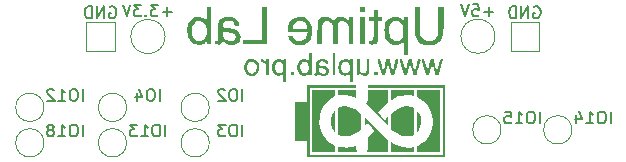
<source format=gbo>
G04 #@! TF.GenerationSoftware,KiCad,Pcbnew,(5.99.0-12267-gfe608bfcef)*
G04 #@! TF.CreationDate,2021-11-07T23:22:06+01:00*
G04 #@! TF.ProjectId,MinCab,4d696e43-6162-42e6-9b69-6361645f7063,rev?*
G04 #@! TF.SameCoordinates,Original*
G04 #@! TF.FileFunction,Legend,Bot*
G04 #@! TF.FilePolarity,Positive*
%FSLAX46Y46*%
G04 Gerber Fmt 4.6, Leading zero omitted, Abs format (unit mm)*
G04 Created by KiCad (PCBNEW (5.99.0-12267-gfe608bfcef)) date 2021-11-07 23:22:06*
%MOMM*%
%LPD*%
G01*
G04 APERTURE LIST*
%ADD10C,0.150000*%
%ADD11C,0.120000*%
%ADD12C,6.000000*%
%ADD13C,0.650000*%
%ADD14O,1.050000X2.100000*%
%ADD15O,1.000000X2.000000*%
%ADD16R,2.000000X2.000000*%
%ADD17C,2.000000*%
%ADD18C,2.500000*%
G04 APERTURE END LIST*
D10*
X127761904Y-80502000D02*
X127857142Y-80454380D01*
X128000000Y-80454380D01*
X128142857Y-80502000D01*
X128238095Y-80597238D01*
X128285714Y-80692476D01*
X128333333Y-80882952D01*
X128333333Y-81025809D01*
X128285714Y-81216285D01*
X128238095Y-81311523D01*
X128142857Y-81406761D01*
X128000000Y-81454380D01*
X127904761Y-81454380D01*
X127761904Y-81406761D01*
X127714285Y-81359142D01*
X127714285Y-81025809D01*
X127904761Y-81025809D01*
X127285714Y-81454380D02*
X127285714Y-80454380D01*
X126714285Y-81454380D01*
X126714285Y-80454380D01*
X126238095Y-81454380D02*
X126238095Y-80454380D01*
X126000000Y-80454380D01*
X125857142Y-80502000D01*
X125761904Y-80597238D01*
X125714285Y-80692476D01*
X125666666Y-80882952D01*
X125666666Y-81025809D01*
X125714285Y-81216285D01*
X125761904Y-81311523D01*
X125857142Y-81406761D01*
X126000000Y-81454380D01*
X126238095Y-81454380D01*
X139000000Y-91452380D02*
X139000000Y-90452380D01*
X138333333Y-90452380D02*
X138142857Y-90452380D01*
X138047619Y-90500000D01*
X137952380Y-90595238D01*
X137904761Y-90785714D01*
X137904761Y-91119047D01*
X137952380Y-91309523D01*
X138047619Y-91404761D01*
X138142857Y-91452380D01*
X138333333Y-91452380D01*
X138428571Y-91404761D01*
X138523809Y-91309523D01*
X138571428Y-91119047D01*
X138571428Y-90785714D01*
X138523809Y-90595238D01*
X138428571Y-90500000D01*
X138333333Y-90452380D01*
X137571428Y-90452380D02*
X136952380Y-90452380D01*
X137285714Y-90833333D01*
X137142857Y-90833333D01*
X137047619Y-90880952D01*
X137000000Y-90928571D01*
X136952380Y-91023809D01*
X136952380Y-91261904D01*
X137000000Y-91357142D01*
X137047619Y-91404761D01*
X137142857Y-91452380D01*
X137428571Y-91452380D01*
X137523809Y-91404761D01*
X137571428Y-91357142D01*
X139000000Y-88452380D02*
X139000000Y-87452380D01*
X138333333Y-87452380D02*
X138142857Y-87452380D01*
X138047619Y-87500000D01*
X137952380Y-87595238D01*
X137904761Y-87785714D01*
X137904761Y-88119047D01*
X137952380Y-88309523D01*
X138047619Y-88404761D01*
X138142857Y-88452380D01*
X138333333Y-88452380D01*
X138428571Y-88404761D01*
X138523809Y-88309523D01*
X138571428Y-88119047D01*
X138571428Y-87785714D01*
X138523809Y-87595238D01*
X138428571Y-87500000D01*
X138333333Y-87452380D01*
X137523809Y-87547619D02*
X137476190Y-87500000D01*
X137380952Y-87452380D01*
X137142857Y-87452380D01*
X137047619Y-87500000D01*
X137000000Y-87547619D01*
X136952380Y-87642857D01*
X136952380Y-87738095D01*
X137000000Y-87880952D01*
X137571428Y-88452380D01*
X136952380Y-88452380D01*
X125476190Y-88452380D02*
X125476190Y-87452380D01*
X124809523Y-87452380D02*
X124619047Y-87452380D01*
X124523809Y-87500000D01*
X124428571Y-87595238D01*
X124380952Y-87785714D01*
X124380952Y-88119047D01*
X124428571Y-88309523D01*
X124523809Y-88404761D01*
X124619047Y-88452380D01*
X124809523Y-88452380D01*
X124904761Y-88404761D01*
X125000000Y-88309523D01*
X125047619Y-88119047D01*
X125047619Y-87785714D01*
X125000000Y-87595238D01*
X124904761Y-87500000D01*
X124809523Y-87452380D01*
X123428571Y-88452380D02*
X124000000Y-88452380D01*
X123714285Y-88452380D02*
X123714285Y-87452380D01*
X123809523Y-87595238D01*
X123904761Y-87690476D01*
X124000000Y-87738095D01*
X123047619Y-87547619D02*
X123000000Y-87500000D01*
X122904761Y-87452380D01*
X122666666Y-87452380D01*
X122571428Y-87500000D01*
X122523809Y-87547619D01*
X122476190Y-87642857D01*
X122476190Y-87738095D01*
X122523809Y-87880952D01*
X123095238Y-88452380D01*
X122476190Y-88452380D01*
X170176190Y-90352380D02*
X170176190Y-89352380D01*
X169509523Y-89352380D02*
X169319047Y-89352380D01*
X169223809Y-89400000D01*
X169128571Y-89495238D01*
X169080952Y-89685714D01*
X169080952Y-90019047D01*
X169128571Y-90209523D01*
X169223809Y-90304761D01*
X169319047Y-90352380D01*
X169509523Y-90352380D01*
X169604761Y-90304761D01*
X169700000Y-90209523D01*
X169747619Y-90019047D01*
X169747619Y-89685714D01*
X169700000Y-89495238D01*
X169604761Y-89400000D01*
X169509523Y-89352380D01*
X168128571Y-90352380D02*
X168700000Y-90352380D01*
X168414285Y-90352380D02*
X168414285Y-89352380D01*
X168509523Y-89495238D01*
X168604761Y-89590476D01*
X168700000Y-89638095D01*
X167271428Y-89685714D02*
X167271428Y-90352380D01*
X167509523Y-89304761D02*
X167747619Y-90019047D01*
X167128571Y-90019047D01*
X133000000Y-80923428D02*
X132238095Y-80923428D01*
X132619047Y-81304380D02*
X132619047Y-80542476D01*
X131857142Y-80304380D02*
X131238095Y-80304380D01*
X131571428Y-80685333D01*
X131428571Y-80685333D01*
X131333333Y-80732952D01*
X131285714Y-80780571D01*
X131238095Y-80875809D01*
X131238095Y-81113904D01*
X131285714Y-81209142D01*
X131333333Y-81256761D01*
X131428571Y-81304380D01*
X131714285Y-81304380D01*
X131809523Y-81256761D01*
X131857142Y-81209142D01*
X130809523Y-81209142D02*
X130761904Y-81256761D01*
X130809523Y-81304380D01*
X130857142Y-81256761D01*
X130809523Y-81209142D01*
X130809523Y-81304380D01*
X130428571Y-80304380D02*
X129809523Y-80304380D01*
X130142857Y-80685333D01*
X130000000Y-80685333D01*
X129904761Y-80732952D01*
X129857142Y-80780571D01*
X129809523Y-80875809D01*
X129809523Y-81113904D01*
X129857142Y-81209142D01*
X129904761Y-81256761D01*
X130000000Y-81304380D01*
X130285714Y-81304380D01*
X130380952Y-81256761D01*
X130428571Y-81209142D01*
X129523809Y-80304380D02*
X129190476Y-81304380D01*
X128857142Y-80304380D01*
X132476190Y-91452380D02*
X132476190Y-90452380D01*
X131809523Y-90452380D02*
X131619047Y-90452380D01*
X131523809Y-90500000D01*
X131428571Y-90595238D01*
X131380952Y-90785714D01*
X131380952Y-91119047D01*
X131428571Y-91309523D01*
X131523809Y-91404761D01*
X131619047Y-91452380D01*
X131809523Y-91452380D01*
X131904761Y-91404761D01*
X132000000Y-91309523D01*
X132047619Y-91119047D01*
X132047619Y-90785714D01*
X132000000Y-90595238D01*
X131904761Y-90500000D01*
X131809523Y-90452380D01*
X130428571Y-91452380D02*
X131000000Y-91452380D01*
X130714285Y-91452380D02*
X130714285Y-90452380D01*
X130809523Y-90595238D01*
X130904761Y-90690476D01*
X131000000Y-90738095D01*
X130095238Y-90452380D02*
X129476190Y-90452380D01*
X129809523Y-90833333D01*
X129666666Y-90833333D01*
X129571428Y-90880952D01*
X129523809Y-90928571D01*
X129476190Y-91023809D01*
X129476190Y-91261904D01*
X129523809Y-91357142D01*
X129571428Y-91404761D01*
X129666666Y-91452380D01*
X129952380Y-91452380D01*
X130047619Y-91404761D01*
X130095238Y-91357142D01*
X163671904Y-80502000D02*
X163767142Y-80454380D01*
X163910000Y-80454380D01*
X164052857Y-80502000D01*
X164148095Y-80597238D01*
X164195714Y-80692476D01*
X164243333Y-80882952D01*
X164243333Y-81025809D01*
X164195714Y-81216285D01*
X164148095Y-81311523D01*
X164052857Y-81406761D01*
X163910000Y-81454380D01*
X163814761Y-81454380D01*
X163671904Y-81406761D01*
X163624285Y-81359142D01*
X163624285Y-81025809D01*
X163814761Y-81025809D01*
X163195714Y-81454380D02*
X163195714Y-80454380D01*
X162624285Y-81454380D01*
X162624285Y-80454380D01*
X162148095Y-81454380D02*
X162148095Y-80454380D01*
X161910000Y-80454380D01*
X161767142Y-80502000D01*
X161671904Y-80597238D01*
X161624285Y-80692476D01*
X161576666Y-80882952D01*
X161576666Y-81025809D01*
X161624285Y-81216285D01*
X161671904Y-81311523D01*
X161767142Y-81406761D01*
X161910000Y-81454380D01*
X162148095Y-81454380D01*
X164176190Y-90352380D02*
X164176190Y-89352380D01*
X163509523Y-89352380D02*
X163319047Y-89352380D01*
X163223809Y-89400000D01*
X163128571Y-89495238D01*
X163080952Y-89685714D01*
X163080952Y-90019047D01*
X163128571Y-90209523D01*
X163223809Y-90304761D01*
X163319047Y-90352380D01*
X163509523Y-90352380D01*
X163604761Y-90304761D01*
X163700000Y-90209523D01*
X163747619Y-90019047D01*
X163747619Y-89685714D01*
X163700000Y-89495238D01*
X163604761Y-89400000D01*
X163509523Y-89352380D01*
X162128571Y-90352380D02*
X162700000Y-90352380D01*
X162414285Y-90352380D02*
X162414285Y-89352380D01*
X162509523Y-89495238D01*
X162604761Y-89590476D01*
X162700000Y-89638095D01*
X161223809Y-89352380D02*
X161700000Y-89352380D01*
X161747619Y-89828571D01*
X161700000Y-89780952D01*
X161604761Y-89733333D01*
X161366666Y-89733333D01*
X161271428Y-89780952D01*
X161223809Y-89828571D01*
X161176190Y-89923809D01*
X161176190Y-90161904D01*
X161223809Y-90257142D01*
X161271428Y-90304761D01*
X161366666Y-90352380D01*
X161604761Y-90352380D01*
X161700000Y-90304761D01*
X161747619Y-90257142D01*
X125476190Y-91452380D02*
X125476190Y-90452380D01*
X124809523Y-90452380D02*
X124619047Y-90452380D01*
X124523809Y-90500000D01*
X124428571Y-90595238D01*
X124380952Y-90785714D01*
X124380952Y-91119047D01*
X124428571Y-91309523D01*
X124523809Y-91404761D01*
X124619047Y-91452380D01*
X124809523Y-91452380D01*
X124904761Y-91404761D01*
X125000000Y-91309523D01*
X125047619Y-91119047D01*
X125047619Y-90785714D01*
X125000000Y-90595238D01*
X124904761Y-90500000D01*
X124809523Y-90452380D01*
X123428571Y-91452380D02*
X124000000Y-91452380D01*
X123714285Y-91452380D02*
X123714285Y-90452380D01*
X123809523Y-90595238D01*
X123904761Y-90690476D01*
X124000000Y-90738095D01*
X122857142Y-90880952D02*
X122952380Y-90833333D01*
X123000000Y-90785714D01*
X123047619Y-90690476D01*
X123047619Y-90642857D01*
X123000000Y-90547619D01*
X122952380Y-90500000D01*
X122857142Y-90452380D01*
X122666666Y-90452380D01*
X122571428Y-90500000D01*
X122523809Y-90547619D01*
X122476190Y-90642857D01*
X122476190Y-90690476D01*
X122523809Y-90785714D01*
X122571428Y-90833333D01*
X122666666Y-90880952D01*
X122857142Y-90880952D01*
X122952380Y-90928571D01*
X123000000Y-90976190D01*
X123047619Y-91071428D01*
X123047619Y-91261904D01*
X123000000Y-91357142D01*
X122952380Y-91404761D01*
X122857142Y-91452380D01*
X122666666Y-91452380D01*
X122571428Y-91404761D01*
X122523809Y-91357142D01*
X122476190Y-91261904D01*
X122476190Y-91071428D01*
X122523809Y-90976190D01*
X122571428Y-90928571D01*
X122666666Y-90880952D01*
X160225714Y-80903428D02*
X159463809Y-80903428D01*
X159844761Y-81284380D02*
X159844761Y-80522476D01*
X158511428Y-80284380D02*
X158987619Y-80284380D01*
X159035238Y-80760571D01*
X158987619Y-80712952D01*
X158892380Y-80665333D01*
X158654285Y-80665333D01*
X158559047Y-80712952D01*
X158511428Y-80760571D01*
X158463809Y-80855809D01*
X158463809Y-81093904D01*
X158511428Y-81189142D01*
X158559047Y-81236761D01*
X158654285Y-81284380D01*
X158892380Y-81284380D01*
X158987619Y-81236761D01*
X159035238Y-81189142D01*
X158178095Y-80284380D02*
X157844761Y-81284380D01*
X157511428Y-80284380D01*
X132000000Y-88452380D02*
X132000000Y-87452380D01*
X131333333Y-87452380D02*
X131142857Y-87452380D01*
X131047619Y-87500000D01*
X130952380Y-87595238D01*
X130904761Y-87785714D01*
X130904761Y-88119047D01*
X130952380Y-88309523D01*
X131047619Y-88404761D01*
X131142857Y-88452380D01*
X131333333Y-88452380D01*
X131428571Y-88404761D01*
X131523809Y-88309523D01*
X131571428Y-88119047D01*
X131571428Y-87785714D01*
X131523809Y-87595238D01*
X131428571Y-87500000D01*
X131333333Y-87452380D01*
X130047619Y-87785714D02*
X130047619Y-88452380D01*
X130285714Y-87404761D02*
X130523809Y-88119047D01*
X129904761Y-88119047D01*
D11*
X128200000Y-84200000D02*
X128200000Y-81800000D01*
X125800000Y-81800000D02*
X125800000Y-84200000D01*
X125800000Y-84200000D02*
X128200000Y-84200000D01*
X128200000Y-81800000D02*
X125800000Y-81800000D01*
X136200000Y-92000000D02*
G75*
G03*
X136200000Y-92000000I-1200000J0D01*
G01*
X136200000Y-89000000D02*
G75*
G03*
X136200000Y-89000000I-1200000J0D01*
G01*
X122200000Y-89000000D02*
G75*
G03*
X122200000Y-89000000I-1200000J0D01*
G01*
X166900000Y-90900000D02*
G75*
G03*
X166900000Y-90900000I-1200000J0D01*
G01*
X132450000Y-83000000D02*
G75*
G03*
X132450000Y-83000000I-1450000J0D01*
G01*
X129200000Y-92000000D02*
G75*
G03*
X129200000Y-92000000I-1200000J0D01*
G01*
X164110000Y-84200000D02*
X164110000Y-81800000D01*
X161710000Y-84200000D02*
X164110000Y-84200000D01*
X161710000Y-81800000D02*
X161710000Y-84200000D01*
X164110000Y-81800000D02*
X161710000Y-81800000D01*
X160900000Y-90900000D02*
G75*
G03*
X160900000Y-90900000I-1200000J0D01*
G01*
G36*
X143366894Y-86286833D02*
G01*
X143088919Y-86286833D01*
X143088919Y-86008858D01*
X143366894Y-86008858D01*
X143366894Y-86286833D01*
G37*
G36*
X154034539Y-81656806D02*
G01*
X154034678Y-81916142D01*
X154035284Y-82176642D01*
X154036855Y-82382426D01*
X154039907Y-82541627D01*
X154044957Y-82662374D01*
X154052523Y-82752799D01*
X154063122Y-82821033D01*
X154077269Y-82875206D01*
X154095483Y-82923448D01*
X154118280Y-82973892D01*
X154165284Y-83058771D01*
X154303728Y-83209075D01*
X154489327Y-83309126D01*
X154720438Y-83357876D01*
X154782590Y-83361945D01*
X155023303Y-83343761D01*
X155225491Y-83268842D01*
X155387467Y-83138057D01*
X155507546Y-82952276D01*
X155513073Y-82940160D01*
X155532094Y-82893263D01*
X155547320Y-82841205D01*
X155559269Y-82775944D01*
X155568463Y-82689439D01*
X155575420Y-82573649D01*
X155580660Y-82420532D01*
X155584703Y-82222047D01*
X155588068Y-81970152D01*
X155591277Y-81656806D01*
X155602116Y-80518844D01*
X156049521Y-80518844D01*
X156048625Y-81378830D01*
X156047316Y-81669897D01*
X156042038Y-82010460D01*
X156032105Y-82294540D01*
X156016840Y-82529581D01*
X155995561Y-82723028D01*
X155967588Y-82882325D01*
X155932242Y-83014918D01*
X155888843Y-83128250D01*
X155786591Y-83309885D01*
X155615988Y-83495349D01*
X155398462Y-83630441D01*
X155131969Y-83716749D01*
X155013189Y-83731118D01*
X154842705Y-83734579D01*
X154655805Y-83726482D01*
X154479452Y-83708061D01*
X154340611Y-83680551D01*
X154282422Y-83659339D01*
X154163311Y-83601109D01*
X154045262Y-83529337D01*
X153908316Y-83404649D01*
X153778608Y-83219171D01*
X153678092Y-82998485D01*
X153616483Y-82760020D01*
X153615232Y-82751559D01*
X153606612Y-82653847D01*
X153598862Y-82499306D01*
X153592288Y-82299053D01*
X153587197Y-82064205D01*
X153583895Y-81805879D01*
X153582691Y-81535191D01*
X153582490Y-80518844D01*
X154034200Y-80518844D01*
X154034539Y-81656806D01*
G37*
G36*
X150786569Y-85437884D02*
G01*
X150812576Y-85534736D01*
X150857828Y-85690808D01*
X150896961Y-85810287D01*
X150926478Y-85882876D01*
X150942885Y-85898281D01*
X150945591Y-85892056D01*
X150965698Y-85828567D01*
X150997303Y-85714788D01*
X151036635Y-85564654D01*
X151079921Y-85392100D01*
X151193028Y-84931703D01*
X151454765Y-84931703D01*
X151586837Y-85461593D01*
X151718910Y-85991484D01*
X151828046Y-85557148D01*
X151831056Y-85545169D01*
X151874467Y-85372444D01*
X151913420Y-85217531D01*
X151943756Y-85096959D01*
X151961319Y-85027257D01*
X151978247Y-84977889D01*
X152020751Y-84940472D01*
X152106407Y-84931703D01*
X152121693Y-84931883D01*
X152196793Y-84939288D01*
X152227360Y-84954193D01*
X152226943Y-84957059D01*
X152214108Y-85007463D01*
X152186070Y-85109020D01*
X152146534Y-85248894D01*
X152099205Y-85414247D01*
X152047787Y-85592242D01*
X151995986Y-85770042D01*
X151947507Y-85934811D01*
X151906054Y-86073711D01*
X151875332Y-86173905D01*
X151851834Y-86234697D01*
X151806497Y-86277309D01*
X151721497Y-86286833D01*
X151662539Y-86283674D01*
X151607470Y-86257793D01*
X151579367Y-86191279D01*
X151561531Y-86122053D01*
X151530055Y-86002050D01*
X151489507Y-85848636D01*
X151444353Y-85678762D01*
X151436372Y-85648630D01*
X151398435Y-85502432D01*
X151369916Y-85400405D01*
X151346676Y-85345766D01*
X151324572Y-85341729D01*
X151299464Y-85391512D01*
X151267210Y-85498329D01*
X151223670Y-85665396D01*
X151164703Y-85895930D01*
X151063673Y-86286833D01*
X150813931Y-86286833D01*
X150629744Y-85652702D01*
X150628197Y-85647378D01*
X150569709Y-85446673D01*
X150517261Y-85267886D01*
X150474169Y-85122228D01*
X150443751Y-85020908D01*
X150429321Y-84975137D01*
X150428167Y-84971504D01*
X150448841Y-84941467D01*
X150533633Y-84931703D01*
X150654182Y-84931703D01*
X150786569Y-85437884D01*
G37*
G36*
X148926402Y-85385138D02*
G01*
X148927081Y-85492170D01*
X148934831Y-85697703D01*
X148953275Y-85848735D01*
X148984957Y-85955516D01*
X149032421Y-86028294D01*
X149098212Y-86077321D01*
X149104508Y-86080575D01*
X149225000Y-86111362D01*
X149349765Y-86098035D01*
X149447606Y-86043604D01*
X149448828Y-86042376D01*
X149475473Y-86009675D01*
X149494161Y-85966491D01*
X149506279Y-85901022D01*
X149513216Y-85801469D01*
X149516360Y-85656031D01*
X149517100Y-85452907D01*
X149517100Y-84931703D01*
X149760328Y-84931703D01*
X149760328Y-85447722D01*
X149760172Y-85516877D01*
X149755931Y-85746711D01*
X149744116Y-85920187D01*
X149722340Y-86047645D01*
X149688215Y-86139422D01*
X149639353Y-86205858D01*
X149573367Y-86257292D01*
X149447768Y-86307031D01*
X149284850Y-86316983D01*
X149125229Y-86280171D01*
X148995127Y-86199229D01*
X148891655Y-86100097D01*
X148891655Y-86193465D01*
X148888842Y-86237881D01*
X148861591Y-86277819D01*
X148787414Y-86286833D01*
X148683174Y-86286833D01*
X148683174Y-84931703D01*
X148926402Y-84931703D01*
X148926402Y-85385138D01*
G37*
G36*
X150455267Y-86286833D02*
G01*
X150177291Y-86286833D01*
X150177291Y-86008858D01*
X150455267Y-86008858D01*
X150455267Y-86286833D01*
G37*
G36*
X146841458Y-87807011D02*
G01*
X146841330Y-88076299D01*
X146606916Y-88197065D01*
X146543301Y-88231762D01*
X146274457Y-88424220D01*
X146035736Y-88670671D01*
X145834272Y-88961210D01*
X145677196Y-89285930D01*
X145571642Y-89634923D01*
X145534372Y-89863279D01*
X145522180Y-90252289D01*
X145570537Y-90639516D01*
X145677257Y-91010969D01*
X145840153Y-91352656D01*
X145910577Y-91459710D01*
X146066799Y-91652000D01*
X146250738Y-91838331D01*
X146443056Y-91999840D01*
X146624418Y-92117667D01*
X146841587Y-92232632D01*
X146841587Y-92819254D01*
X144895759Y-92819254D01*
X144895759Y-87537722D01*
X146841587Y-87537722D01*
X146841458Y-87807011D01*
G37*
G36*
X144909321Y-82673521D02*
G01*
X144889525Y-82885112D01*
X144847529Y-83055369D01*
X144781803Y-83202491D01*
X144630147Y-83422134D01*
X144434218Y-83588505D01*
X144194798Y-83700827D01*
X144129242Y-83717868D01*
X143937443Y-83736526D01*
X143722824Y-83723190D01*
X143512513Y-83678739D01*
X143373308Y-83615857D01*
X143210424Y-83496021D01*
X143066698Y-83343951D01*
X142962635Y-83178307D01*
X142914980Y-83072177D01*
X142887559Y-82985649D01*
X142900404Y-82939003D01*
X142958359Y-82919996D01*
X143066268Y-82916381D01*
X143171712Y-82918609D01*
X143235613Y-82934270D01*
X143276112Y-82976802D01*
X143316702Y-83059644D01*
X143358318Y-83135473D01*
X143480045Y-83267121D01*
X143633524Y-83353372D01*
X143805044Y-83393837D01*
X143980892Y-83388131D01*
X144147356Y-83335867D01*
X144290724Y-83236657D01*
X144397282Y-83090116D01*
X144416452Y-83048060D01*
X144466077Y-82911436D01*
X144496830Y-82786080D01*
X144519651Y-82638406D01*
X142835760Y-82638406D01*
X142856286Y-82369117D01*
X142860419Y-82318294D01*
X142871343Y-82228806D01*
X143262654Y-82228806D01*
X143262654Y-82325684D01*
X144506156Y-82325684D01*
X144473209Y-82179046D01*
X144442188Y-82071182D01*
X144345229Y-81887847D01*
X144206313Y-81758688D01*
X144028552Y-81686099D01*
X143815059Y-81672476D01*
X143800755Y-81673601D01*
X143632471Y-81703116D01*
X143514102Y-81756645D01*
X143427580Y-81845346D01*
X143345910Y-81972997D01*
X143285957Y-82110164D01*
X143262654Y-82228806D01*
X142871343Y-82228806D01*
X142885572Y-82112249D01*
X142924023Y-81952487D01*
X142981630Y-81820051D01*
X143064250Y-81695984D01*
X143218081Y-81540294D01*
X143427888Y-81413982D01*
X143666493Y-81340833D01*
X143921830Y-81324385D01*
X144181833Y-81368179D01*
X144365592Y-81449172D01*
X144553514Y-81592696D01*
X144711920Y-81779730D01*
X144826840Y-81996665D01*
X144840267Y-82034300D01*
X144884216Y-82223759D01*
X144894896Y-82325684D01*
X144907393Y-82444951D01*
X144909321Y-82673521D01*
G37*
G36*
X148008686Y-88928414D02*
G01*
X148281636Y-89015200D01*
X148564772Y-89161091D01*
X148865595Y-89368919D01*
X149065390Y-89522358D01*
X149063703Y-90171832D01*
X149062015Y-90821306D01*
X148872798Y-90977667D01*
X148749334Y-91071411D01*
X148581404Y-91183260D01*
X148404963Y-91288227D01*
X148240836Y-91374012D01*
X148109849Y-91428312D01*
X148018499Y-91446294D01*
X147865405Y-91455434D01*
X147688855Y-91451636D01*
X147511988Y-91436292D01*
X147357944Y-91410795D01*
X147249863Y-91376538D01*
X147119562Y-91312265D01*
X147119562Y-89028294D01*
X147249863Y-88972945D01*
X147341218Y-88944715D01*
X147479660Y-88917687D01*
X147626151Y-88901035D01*
X147738421Y-88897903D01*
X148008686Y-88928414D01*
G37*
G36*
X146270383Y-86176448D02*
G01*
X146133906Y-86289680D01*
X146129186Y-86292501D01*
X146023396Y-86337296D01*
X145920793Y-86355434D01*
X145883288Y-86352332D01*
X145775644Y-86326420D01*
X145659741Y-86282831D01*
X145561042Y-86232033D01*
X145505005Y-86184494D01*
X145503528Y-86182277D01*
X145464605Y-86176785D01*
X145398137Y-86232996D01*
X145357396Y-86271031D01*
X145248453Y-86319144D01*
X145124456Y-86300489D01*
X145109966Y-86293439D01*
X145072812Y-86240954D01*
X145083403Y-86178796D01*
X145138988Y-86137777D01*
X145161986Y-86129311D01*
X145183376Y-86107447D01*
X145197022Y-86062524D01*
X145204673Y-85982935D01*
X145208081Y-85857073D01*
X145208592Y-85754180D01*
X145451710Y-85754180D01*
X145471003Y-85885673D01*
X145547181Y-86011947D01*
X145680990Y-86099395D01*
X145800249Y-86137300D01*
X145937191Y-86138032D01*
X146042407Y-86078351D01*
X146056864Y-86062988D01*
X146110260Y-85964203D01*
X146100828Y-85869279D01*
X146034178Y-85785826D01*
X145915917Y-85721457D01*
X145751656Y-85683783D01*
X145676562Y-85673884D01*
X145571184Y-85656182D01*
X145506787Y-85640341D01*
X145477495Y-85636068D01*
X145457042Y-85667546D01*
X145451710Y-85754180D01*
X145208592Y-85754180D01*
X145208994Y-85673328D01*
X145209930Y-85564739D01*
X145217343Y-85365878D01*
X145231686Y-85223319D01*
X145252427Y-85143534D01*
X145334048Y-85035630D01*
X145479293Y-84946684D01*
X145672230Y-84904641D01*
X145729943Y-84901399D01*
X145933206Y-84919333D01*
X146095367Y-84983561D01*
X146210347Y-85090710D01*
X146272071Y-85237409D01*
X146272169Y-85237897D01*
X146282153Y-85313684D01*
X146258578Y-85343483D01*
X146184648Y-85348666D01*
X146106567Y-85337390D01*
X146053409Y-85287859D01*
X145997809Y-85185202D01*
X145905693Y-85123916D01*
X145766778Y-85105438D01*
X145711428Y-85107448D01*
X145569628Y-85139671D01*
X145481811Y-85209291D01*
X145451710Y-85313839D01*
X145460295Y-85388015D01*
X145482905Y-85433338D01*
X145488255Y-85435787D01*
X145548506Y-85450810D01*
X145654403Y-85470081D01*
X145786941Y-85490056D01*
X145987321Y-85527527D01*
X146156888Y-85588800D01*
X146270446Y-85674707D01*
X146334266Y-85790223D01*
X146354618Y-85940319D01*
X146351624Y-85964203D01*
X146341941Y-86041438D01*
X146270383Y-86176448D01*
G37*
G36*
X140413535Y-85869551D02*
G01*
X140349944Y-86039143D01*
X140240296Y-86188721D01*
X140086748Y-86292267D01*
X140023174Y-86316471D01*
X139842780Y-86344726D01*
X139651808Y-86329628D01*
X139480500Y-86272180D01*
X139391073Y-86204992D01*
X139291488Y-86070134D01*
X139216878Y-85898307D01*
X139172543Y-85706953D01*
X139171099Y-85675076D01*
X139415455Y-85675076D01*
X139417703Y-85695514D01*
X139456066Y-85884822D01*
X139522102Y-86016704D01*
X139619266Y-86098331D01*
X139636665Y-86106885D01*
X139792345Y-86146393D01*
X139938482Y-86122659D01*
X140061692Y-86040568D01*
X140148592Y-85905011D01*
X140158979Y-85877632D01*
X140201596Y-85689149D01*
X140197036Y-85509390D01*
X140150196Y-85349748D01*
X140065970Y-85221614D01*
X139949255Y-85136380D01*
X139804947Y-85105438D01*
X139693942Y-85118967D01*
X139560305Y-85186219D01*
X139466852Y-85304967D01*
X139417323Y-85469741D01*
X139415455Y-85675076D01*
X139171099Y-85675076D01*
X139163782Y-85513515D01*
X139195896Y-85335437D01*
X139281338Y-85162413D01*
X139410604Y-85025752D01*
X139568215Y-84937369D01*
X139742234Y-84898134D01*
X139920730Y-84908920D01*
X140091768Y-84970598D01*
X140243413Y-85084041D01*
X140363733Y-85250119D01*
X140403706Y-85358955D01*
X140432623Y-85528885D01*
X140436267Y-85689149D01*
X140436727Y-85709372D01*
X140413535Y-85869551D01*
G37*
G36*
X148092476Y-86842784D02*
G01*
X148092476Y-86149940D01*
X147966013Y-86235760D01*
X147868740Y-86287462D01*
X147694881Y-86319920D01*
X147512727Y-86284622D01*
X147454137Y-86257755D01*
X147316803Y-86148046D01*
X147215451Y-85996629D01*
X147151064Y-85817100D01*
X147124623Y-85623057D01*
X147125236Y-85613483D01*
X147364679Y-85613483D01*
X147382648Y-85782647D01*
X147435987Y-85931892D01*
X147525034Y-86042024D01*
X147550146Y-86059187D01*
X147673605Y-86103254D01*
X147811934Y-86109005D01*
X147930684Y-86073746D01*
X147962685Y-86049027D01*
X148028363Y-85948682D01*
X148072268Y-85807959D01*
X148091469Y-85645977D01*
X148083032Y-85481857D01*
X148044026Y-85334718D01*
X148023372Y-85292134D01*
X147928153Y-85178762D01*
X147805398Y-85115681D01*
X147670934Y-85108318D01*
X147540586Y-85162099D01*
X147519596Y-85178416D01*
X147433492Y-85292174D01*
X147381740Y-85443594D01*
X147364679Y-85613483D01*
X147125236Y-85613483D01*
X147137112Y-85428097D01*
X147189513Y-85245816D01*
X147282809Y-85089812D01*
X147417983Y-84973682D01*
X147470857Y-84947078D01*
X147644588Y-84906487D01*
X147823269Y-84923804D01*
X147983796Y-84998036D01*
X148016222Y-85021011D01*
X148069676Y-85054192D01*
X148089548Y-85048094D01*
X148092476Y-85003563D01*
X148096792Y-84969282D01*
X148130610Y-84939236D01*
X148214090Y-84931703D01*
X148335704Y-84931703D01*
X148335704Y-86842784D01*
X148092476Y-86842784D01*
G37*
G36*
X154539237Y-85437884D02*
G01*
X154565244Y-85534736D01*
X154610496Y-85690808D01*
X154649628Y-85810287D01*
X154679146Y-85882876D01*
X154695553Y-85898281D01*
X154698258Y-85892056D01*
X154718365Y-85828567D01*
X154749971Y-85714788D01*
X154789303Y-85564654D01*
X154832588Y-85392100D01*
X154945695Y-84931703D01*
X155207433Y-84931703D01*
X155339505Y-85461593D01*
X155471577Y-85991484D01*
X155580713Y-85557148D01*
X155583723Y-85545169D01*
X155627135Y-85372444D01*
X155666088Y-85217531D01*
X155696424Y-85096959D01*
X155713986Y-85027257D01*
X155730915Y-84977889D01*
X155773419Y-84940472D01*
X155859075Y-84931703D01*
X155874360Y-84931883D01*
X155949460Y-84939288D01*
X155980027Y-84954193D01*
X155979610Y-84957059D01*
X155966776Y-85007463D01*
X155938738Y-85109020D01*
X155899202Y-85248894D01*
X155851873Y-85414247D01*
X155800455Y-85592242D01*
X155748654Y-85770042D01*
X155700174Y-85934811D01*
X155658721Y-86073711D01*
X155627999Y-86173905D01*
X155604501Y-86234697D01*
X155559165Y-86277309D01*
X155474164Y-86286833D01*
X155415206Y-86283674D01*
X155360138Y-86257793D01*
X155332035Y-86191279D01*
X155314199Y-86122053D01*
X155282722Y-86002050D01*
X155242174Y-85848636D01*
X155197021Y-85678762D01*
X155189039Y-85648630D01*
X155151102Y-85502432D01*
X155122584Y-85400405D01*
X155099343Y-85345766D01*
X155077239Y-85341729D01*
X155052131Y-85391512D01*
X155019878Y-85498329D01*
X154976338Y-85665396D01*
X154917371Y-85895930D01*
X154816340Y-86286833D01*
X154566598Y-86286833D01*
X154382411Y-85652702D01*
X154380865Y-85647378D01*
X154322376Y-85446673D01*
X154269928Y-85267886D01*
X154226837Y-85122228D01*
X154196418Y-85020908D01*
X154181988Y-84975137D01*
X154180834Y-84971504D01*
X154201509Y-84941467D01*
X154286301Y-84931703D01*
X154406850Y-84931703D01*
X154539237Y-85437884D01*
G37*
G36*
X138758494Y-83382119D02*
G01*
X138641865Y-83531037D01*
X138484741Y-83644381D01*
X138290870Y-83710308D01*
X138168965Y-83724947D01*
X137912157Y-83706764D01*
X137670265Y-83623278D01*
X137453565Y-83477348D01*
X137382556Y-83417110D01*
X137322313Y-83376534D01*
X137293540Y-83379550D01*
X137286183Y-83422885D01*
X137283693Y-83437315D01*
X137247777Y-83503825D01*
X137182771Y-83581090D01*
X137151438Y-83611279D01*
X137085907Y-83658003D01*
X137010639Y-83675712D01*
X136896109Y-83673972D01*
X136712859Y-83663440D01*
X136702289Y-83518108D01*
X136699124Y-83469148D01*
X136703362Y-83401696D01*
X136734495Y-83372899D01*
X136806530Y-83361747D01*
X136921340Y-83350718D01*
X136937269Y-82618022D01*
X137320271Y-82618022D01*
X137325894Y-82748141D01*
X137346788Y-82928345D01*
X137401735Y-83087264D01*
X137497208Y-83207358D01*
X137641012Y-83302352D01*
X137682940Y-83322099D01*
X137853524Y-83374570D01*
X138026161Y-83390563D01*
X138184747Y-83371532D01*
X138313178Y-83318931D01*
X138395349Y-83234216D01*
X138410428Y-83197344D01*
X138430305Y-83078080D01*
X138425902Y-82947983D01*
X138397055Y-82844963D01*
X138371010Y-82807016D01*
X138301353Y-82751518D01*
X138191764Y-82705146D01*
X138032400Y-82664189D01*
X137813414Y-82624935D01*
X137706812Y-82607028D01*
X137560769Y-82578614D01*
X137447007Y-82551807D01*
X137383798Y-82530619D01*
X137361081Y-82519244D01*
X137334546Y-82516039D01*
X137322049Y-82544810D01*
X137320271Y-82618022D01*
X136937269Y-82618022D01*
X136938714Y-82551539D01*
X136944535Y-82306608D01*
X136952916Y-82074222D01*
X136965557Y-81894797D01*
X136985228Y-81759387D01*
X137014696Y-81659044D01*
X137056730Y-81584820D01*
X137114098Y-81527768D01*
X137189569Y-81478940D01*
X137285910Y-81429390D01*
X137347651Y-81400329D01*
X137438645Y-81366251D01*
X137534045Y-81346589D01*
X137655526Y-81337565D01*
X137824760Y-81335397D01*
X137976291Y-81336727D01*
X138096268Y-81343748D01*
X138186774Y-81360531D01*
X138268799Y-81391140D01*
X138363338Y-81439637D01*
X138437025Y-81485520D01*
X138583363Y-81623390D01*
X138677505Y-81788668D01*
X138710807Y-81968204D01*
X138709321Y-82023731D01*
X138693357Y-82064768D01*
X138644595Y-82080137D01*
X138544688Y-82082455D01*
X138465550Y-82081187D01*
X138399795Y-82067233D01*
X138361830Y-82024388D01*
X138327519Y-81936424D01*
X138268990Y-81819379D01*
X138168302Y-81727039D01*
X138023579Y-81675947D01*
X137825836Y-81661174D01*
X137727883Y-81665044D01*
X137544686Y-81698229D01*
X137418086Y-81767254D01*
X137344646Y-81874579D01*
X137320930Y-82022665D01*
X137327808Y-82100846D01*
X137355990Y-82163285D01*
X137415098Y-82210259D01*
X137514741Y-82246724D01*
X137664526Y-82277633D01*
X137874061Y-82307942D01*
X137934191Y-82315969D01*
X138159032Y-82350977D01*
X138330426Y-82388846D01*
X138461409Y-82433820D01*
X138565015Y-82490146D01*
X138654279Y-82562069D01*
X138745087Y-82667588D01*
X138827924Y-82840362D01*
X138855272Y-83024937D01*
X138848247Y-83078080D01*
X138830879Y-83209471D01*
X138758494Y-83382119D01*
G37*
G36*
X144739398Y-86286833D02*
G01*
X144677182Y-86283871D01*
X144629391Y-86262878D01*
X144617784Y-86211282D01*
X144617784Y-86135731D01*
X144539603Y-86206860D01*
X144472347Y-86260916D01*
X144409302Y-86298907D01*
X144394265Y-86303959D01*
X144287071Y-86314524D01*
X144153207Y-86302306D01*
X144023543Y-86271875D01*
X143928944Y-86227800D01*
X143906390Y-86210061D01*
X143788361Y-86072663D01*
X143706946Y-85898187D01*
X143662854Y-85702181D01*
X143662608Y-85693995D01*
X143895687Y-85693995D01*
X143935067Y-85866936D01*
X144016059Y-86010063D01*
X144072602Y-86067736D01*
X144147603Y-86104119D01*
X144257609Y-86113098D01*
X144377231Y-86097700D01*
X144496382Y-86030789D01*
X144574494Y-85909820D01*
X144612222Y-85733656D01*
X144610220Y-85501160D01*
X144595306Y-85400482D01*
X144535266Y-85255768D01*
X144430356Y-85162161D01*
X144277293Y-85115866D01*
X144182075Y-85109820D01*
X144109350Y-85133161D01*
X144031739Y-85199679D01*
X144023110Y-85208636D01*
X143940119Y-85343611D01*
X143897508Y-85512476D01*
X143895687Y-85693995D01*
X143662608Y-85693995D01*
X143656788Y-85500195D01*
X143689456Y-85307779D01*
X143761564Y-85140483D01*
X143873818Y-85013855D01*
X143981762Y-84949512D01*
X144155382Y-84902238D01*
X144330270Y-84911912D01*
X144487483Y-84979593D01*
X144617784Y-85068596D01*
X144617784Y-84410499D01*
X144861012Y-84410499D01*
X144861012Y-86286833D01*
X144739398Y-86286833D01*
G37*
G36*
X146876334Y-86286833D02*
G01*
X146633105Y-86286833D01*
X146633105Y-84410499D01*
X146876334Y-84410499D01*
X146876334Y-86286833D01*
G37*
G36*
X140630136Y-84897078D02*
G01*
X140743915Y-84925826D01*
X140861545Y-84992347D01*
X140949874Y-85078224D01*
X140954852Y-85085325D01*
X140989390Y-85129506D01*
X141002219Y-85117909D01*
X141004104Y-85043675D01*
X141008319Y-84977021D01*
X141036287Y-84939413D01*
X141108345Y-84931703D01*
X141212585Y-84931703D01*
X141212585Y-86286833D01*
X140969357Y-86286833D01*
X140969357Y-85343320D01*
X140867789Y-85241752D01*
X140780621Y-85173642D01*
X140659307Y-85140184D01*
X140587707Y-85133730D01*
X140558127Y-85100234D01*
X140552394Y-85018570D01*
X140554870Y-84961361D01*
X140574675Y-84909926D01*
X140623613Y-84896956D01*
X140630136Y-84897078D01*
G37*
G36*
X147517057Y-81338202D02*
G01*
X147712877Y-81417185D01*
X147892681Y-81552626D01*
X148022982Y-81679596D01*
X148022982Y-81387517D01*
X148405198Y-81387517D01*
X148405198Y-83646067D01*
X148028762Y-83646067D01*
X148016935Y-82872948D01*
X148015139Y-82759779D01*
X148010688Y-82531114D01*
X148005303Y-82357563D01*
X147998025Y-82228956D01*
X147987892Y-82135122D01*
X147973945Y-82065893D01*
X147955222Y-82011098D01*
X147930764Y-81960568D01*
X147846835Y-81844513D01*
X147722433Y-81746640D01*
X147581335Y-81688294D01*
X147437209Y-81670872D01*
X147303722Y-81695769D01*
X147194540Y-81764381D01*
X147123329Y-81878103D01*
X147110514Y-81948984D01*
X147099637Y-82085333D01*
X147091565Y-82279477D01*
X147086543Y-82525460D01*
X147084815Y-82817326D01*
X147084815Y-83646067D01*
X146708287Y-83646067D01*
X146696686Y-82855574D01*
X146695039Y-82749108D01*
X146689521Y-82491479D01*
X146681138Y-82290859D01*
X146667855Y-82138026D01*
X146647637Y-82023756D01*
X146618449Y-81938826D01*
X146578257Y-81874014D01*
X146525026Y-81820095D01*
X146456721Y-81767846D01*
X146317157Y-81699886D01*
X146162930Y-81674641D01*
X146012995Y-81690437D01*
X145885904Y-81745312D01*
X145800209Y-81837302D01*
X145796569Y-81847370D01*
X145785658Y-81923748D01*
X145776742Y-82061180D01*
X145770068Y-82253198D01*
X145765882Y-82493331D01*
X145764432Y-82775109D01*
X145764432Y-83646067D01*
X145343324Y-83646067D01*
X145354083Y-82716587D01*
X145355703Y-82580454D01*
X145359232Y-82329408D01*
X145363353Y-82134682D01*
X145368807Y-81987237D01*
X145376333Y-81878037D01*
X145386670Y-81798044D01*
X145400557Y-81738221D01*
X145418735Y-81689530D01*
X145441943Y-81642934D01*
X145453259Y-81622646D01*
X145577884Y-81472991D01*
X145748112Y-81375060D01*
X145965101Y-81328158D01*
X145983004Y-81326669D01*
X146224357Y-81334485D01*
X146430250Y-81399302D01*
X146607512Y-81523192D01*
X146747834Y-81654083D01*
X146867626Y-81521489D01*
X146952091Y-81443605D01*
X147124804Y-81351052D01*
X147317079Y-81316037D01*
X147517057Y-81338202D01*
G37*
G36*
X151289193Y-88578130D02*
G01*
X150865357Y-88991189D01*
X150441521Y-89404247D01*
X150734444Y-89721874D01*
X150743192Y-89731344D01*
X150856732Y-89851364D01*
X150954158Y-89949307D01*
X151025351Y-90015308D01*
X151060195Y-90039500D01*
X151071277Y-90036007D01*
X151122950Y-89996303D01*
X151189696Y-89926573D01*
X151286368Y-89813645D01*
X151287781Y-90173909D01*
X151289193Y-90534172D01*
X149343365Y-88563250D01*
X149343365Y-87537722D01*
X151289193Y-87537722D01*
X151289193Y-88578130D01*
G37*
G36*
X152987760Y-88902402D02*
G01*
X153191116Y-88930259D01*
X153356635Y-88983529D01*
X153495622Y-89049736D01*
X153504782Y-90185961D01*
X153513942Y-91322185D01*
X153437317Y-91363193D01*
X153372738Y-91393929D01*
X153271796Y-91433119D01*
X153248697Y-91438520D01*
X153152443Y-91448763D01*
X153017207Y-91453914D01*
X152864591Y-91452923D01*
X152748049Y-91448576D01*
X152620429Y-91436992D01*
X152514280Y-91412845D01*
X152402132Y-91369185D01*
X152256520Y-91299062D01*
X152221447Y-91281144D01*
X152057291Y-91189202D01*
X151895638Y-91087861D01*
X151766963Y-90995988D01*
X151567168Y-90837664D01*
X151567168Y-89556899D01*
X151740592Y-89407297D01*
X151908078Y-89275162D01*
X152126685Y-89130908D01*
X152343582Y-89014747D01*
X152537324Y-88939278D01*
X152577167Y-88928846D01*
X152773975Y-88901438D01*
X152987760Y-88902402D01*
G37*
G36*
X150490014Y-81387517D02*
G01*
X150802736Y-81387517D01*
X150802736Y-81700239D01*
X150490014Y-81700239D01*
X150489960Y-82525479D01*
X150489893Y-82604142D01*
X150487961Y-82883258D01*
X150482214Y-83103110D01*
X150471113Y-83271891D01*
X150453123Y-83397790D01*
X150426707Y-83488998D01*
X150390327Y-83553706D01*
X150342448Y-83600105D01*
X150281532Y-83636384D01*
X150202382Y-83659924D01*
X150082921Y-83674982D01*
X149952986Y-83678946D01*
X149838806Y-83671090D01*
X149766610Y-83650685D01*
X149735924Y-83593728D01*
X149731863Y-83486169D01*
X149735138Y-83449611D01*
X149750782Y-83380851D01*
X149792488Y-83351429D01*
X149881942Y-83340259D01*
X149903778Y-83338005D01*
X150002212Y-83312772D01*
X150064364Y-83272810D01*
X150070429Y-83262083D01*
X150084731Y-83204302D01*
X150095301Y-83100985D01*
X150102456Y-82946153D01*
X150106515Y-82733827D01*
X150107797Y-82458030D01*
X150107797Y-81700239D01*
X149725581Y-81700239D01*
X149725581Y-81387517D01*
X150107797Y-81387517D01*
X150107797Y-80762072D01*
X150490014Y-80762072D01*
X150490014Y-81387517D01*
G37*
G36*
X149065390Y-88398262D02*
G01*
X148741527Y-88232351D01*
X148702609Y-88212671D01*
X148407142Y-88083636D01*
X148124514Y-88002406D01*
X147829800Y-87963555D01*
X147498079Y-87961659D01*
X147119562Y-87977254D01*
X147119562Y-87537722D01*
X149065390Y-87537722D01*
X149065390Y-88398262D01*
G37*
G36*
X149378112Y-83646067D02*
G01*
X148995896Y-83646067D01*
X148995896Y-81387517D01*
X149378112Y-81387517D01*
X149378112Y-83646067D01*
G37*
G36*
X151711563Y-92040862D02*
G01*
X151835678Y-92112006D01*
X152065520Y-92219582D01*
X152307407Y-92309405D01*
X152528464Y-92368298D01*
X152585020Y-92377300D01*
X152743675Y-92391709D01*
X152933297Y-92398690D01*
X153127849Y-92396997D01*
X153512996Y-92383814D01*
X153512996Y-92819254D01*
X151567168Y-92819254D01*
X151567168Y-91949709D01*
X151711563Y-92040862D01*
G37*
G36*
X141073598Y-83646067D02*
G01*
X139054644Y-83646067D01*
X139065147Y-83463645D01*
X139075650Y-83281224D01*
X139866142Y-83271885D01*
X140656635Y-83262546D01*
X140656635Y-80518844D01*
X141073598Y-80518844D01*
X141073598Y-83646067D01*
G37*
G36*
X149378112Y-80935807D02*
G01*
X148995896Y-80935807D01*
X148995896Y-80518844D01*
X149378112Y-80518844D01*
X149378112Y-80935807D01*
G37*
G36*
X152644323Y-84549487D02*
G01*
X152644323Y-83394752D01*
X152509877Y-83516216D01*
X152506423Y-83519323D01*
X152333052Y-83640307D01*
X152142847Y-83701639D01*
X151919642Y-83708589D01*
X151858632Y-83702186D01*
X151615886Y-83636498D01*
X151406798Y-83511876D01*
X151237021Y-83332561D01*
X151112207Y-83102792D01*
X151084539Y-83027666D01*
X151057521Y-82928494D01*
X151041188Y-82817243D01*
X151033024Y-82674798D01*
X151030952Y-82515719D01*
X151414927Y-82515719D01*
X151419741Y-82645955D01*
X151456423Y-82890964D01*
X151530711Y-83082098D01*
X151644727Y-83223784D01*
X151800594Y-83320449D01*
X151872910Y-83345474D01*
X152052151Y-83367361D01*
X152229675Y-83341405D01*
X152385993Y-83271970D01*
X152501617Y-83163421D01*
X152571376Y-83040492D01*
X152617969Y-82890749D01*
X152639296Y-82705757D01*
X152638473Y-82469721D01*
X152638294Y-82465356D01*
X152627906Y-82292653D01*
X152610725Y-82168053D01*
X152582511Y-82070655D01*
X152539024Y-81979559D01*
X152510876Y-81932013D01*
X152383055Y-81781945D01*
X152227440Y-81694105D01*
X152039258Y-81665492D01*
X151899050Y-81675706D01*
X151743544Y-81727828D01*
X151620332Y-81831927D01*
X151515701Y-81996674D01*
X151489489Y-82049879D01*
X151448452Y-82148063D01*
X151425519Y-82242087D01*
X151415930Y-82356467D01*
X151414927Y-82515719D01*
X151030952Y-82515719D01*
X151030514Y-82482045D01*
X151031713Y-82296125D01*
X151037964Y-82160220D01*
X151051684Y-82058079D01*
X151075286Y-81971794D01*
X151111184Y-81883458D01*
X151199741Y-81726033D01*
X151361204Y-81544961D01*
X151557705Y-81413707D01*
X151778656Y-81338804D01*
X152013467Y-81326785D01*
X152212860Y-81361544D01*
X152377704Y-81433726D01*
X152533990Y-81555561D01*
X152644323Y-81658627D01*
X152644323Y-81387517D01*
X153026539Y-81387517D01*
X153026539Y-84549487D01*
X152644323Y-84549487D01*
G37*
G36*
X155736799Y-92819254D02*
G01*
X153790971Y-92819254D01*
X153791100Y-92549966D01*
X153791228Y-92280677D01*
X154025641Y-92161013D01*
X154077299Y-92133413D01*
X154350654Y-91942756D01*
X154591975Y-91697403D01*
X154794989Y-91406083D01*
X154953426Y-91077521D01*
X155061013Y-90720443D01*
X155102307Y-90437767D01*
X155106964Y-90086948D01*
X155065420Y-89740956D01*
X154979242Y-89424650D01*
X154813755Y-89066755D01*
X154594541Y-88746227D01*
X154327426Y-88472685D01*
X154016565Y-88251192D01*
X153790971Y-88119260D01*
X153790971Y-87537722D01*
X155736799Y-87537722D01*
X155736799Y-92819254D01*
G37*
G36*
X152662903Y-85437884D02*
G01*
X152688910Y-85534736D01*
X152734162Y-85690808D01*
X152773295Y-85810287D01*
X152802812Y-85882876D01*
X152819219Y-85898281D01*
X152821924Y-85892056D01*
X152842031Y-85828567D01*
X152873637Y-85714788D01*
X152912969Y-85564654D01*
X152956254Y-85392100D01*
X153069362Y-84931703D01*
X153331099Y-84931703D01*
X153463171Y-85461593D01*
X153595243Y-85991484D01*
X153704380Y-85557148D01*
X153707390Y-85545169D01*
X153750801Y-85372444D01*
X153789754Y-85217531D01*
X153820090Y-85096959D01*
X153837652Y-85027257D01*
X153854581Y-84977889D01*
X153897085Y-84940472D01*
X153982741Y-84931703D01*
X153998027Y-84931883D01*
X154073126Y-84939288D01*
X154103693Y-84954193D01*
X154103276Y-84957059D01*
X154090442Y-85007463D01*
X154062404Y-85109020D01*
X154022868Y-85248894D01*
X153975539Y-85414247D01*
X153924121Y-85592242D01*
X153872320Y-85770042D01*
X153823841Y-85934811D01*
X153782387Y-86073711D01*
X153751666Y-86173905D01*
X153728167Y-86234697D01*
X153682831Y-86277309D01*
X153597830Y-86286833D01*
X153538873Y-86283674D01*
X153483804Y-86257793D01*
X153455701Y-86191279D01*
X153437865Y-86122053D01*
X153406388Y-86002050D01*
X153365841Y-85848636D01*
X153320687Y-85678762D01*
X153312705Y-85648630D01*
X153274768Y-85502432D01*
X153246250Y-85400405D01*
X153223010Y-85345766D01*
X153200906Y-85341729D01*
X153175797Y-85391512D01*
X153143544Y-85498329D01*
X153100004Y-85665396D01*
X153041037Y-85895930D01*
X152940006Y-86286833D01*
X152690265Y-86286833D01*
X152506077Y-85652702D01*
X152504531Y-85647378D01*
X152446042Y-85446673D01*
X152393594Y-85267886D01*
X152350503Y-85122228D01*
X152320084Y-85020908D01*
X152305654Y-84975137D01*
X152304501Y-84971504D01*
X152325175Y-84941467D01*
X152409967Y-84931703D01*
X152530516Y-84931703D01*
X152662903Y-85437884D01*
G37*
G36*
X153866683Y-89379309D02*
G01*
X153871855Y-89385483D01*
X154009374Y-89602853D01*
X154096709Y-89854294D01*
X154133255Y-90125609D01*
X154118409Y-90402605D01*
X154051566Y-90671087D01*
X153932122Y-90916860D01*
X153886690Y-90985740D01*
X153836054Y-91055062D01*
X153809110Y-91081908D01*
X153804744Y-91055111D01*
X153800407Y-90967412D01*
X153796803Y-90827602D01*
X153794106Y-90644848D01*
X153792489Y-90428316D01*
X153792127Y-90187175D01*
X153793283Y-89292442D01*
X153866683Y-89379309D01*
G37*
G36*
X135965800Y-83646067D02*
G01*
X135965800Y-83389206D01*
X135852873Y-83498428D01*
X135831177Y-83518437D01*
X135723518Y-83601210D01*
X135618331Y-83662425D01*
X135576384Y-83678075D01*
X135419950Y-83704559D01*
X135237308Y-83702210D01*
X135055375Y-83672706D01*
X134901066Y-83617725D01*
X134850200Y-83588708D01*
X134684774Y-83452130D01*
X134539853Y-83269299D01*
X134430501Y-83058126D01*
X134404070Y-82976738D01*
X134366650Y-82778313D01*
X134348789Y-82548853D01*
X134349003Y-82523632D01*
X134735493Y-82523632D01*
X134736296Y-82598459D01*
X134742473Y-82738983D01*
X134758488Y-82843826D01*
X134789103Y-82936802D01*
X134839077Y-83041724D01*
X134852523Y-83067148D01*
X134952552Y-83214934D01*
X135061838Y-83303566D01*
X135165208Y-83343247D01*
X135332827Y-83366863D01*
X135500483Y-83353223D01*
X135638786Y-83302387D01*
X135722500Y-83243403D01*
X135838516Y-83116849D01*
X135916715Y-82953996D01*
X135960925Y-82745507D01*
X135974971Y-82482045D01*
X135971675Y-82360328D01*
X135939380Y-82135462D01*
X135869443Y-81960843D01*
X135757943Y-81828595D01*
X135600957Y-81730842D01*
X135460935Y-81682320D01*
X135269108Y-81669502D01*
X135094933Y-81721626D01*
X134945451Y-81836145D01*
X134827702Y-82010511D01*
X134810438Y-82046564D01*
X134770384Y-82144914D01*
X134747388Y-82241375D01*
X134737180Y-82359697D01*
X134735493Y-82523632D01*
X134349003Y-82523632D01*
X134350794Y-82312080D01*
X134372973Y-82091717D01*
X134415635Y-81911486D01*
X134474189Y-81780031D01*
X134609208Y-81597500D01*
X134782926Y-81457923D01*
X134983775Y-81364532D01*
X135200184Y-81320555D01*
X135420584Y-81329224D01*
X135633404Y-81393768D01*
X135827076Y-81517418D01*
X135965800Y-81636161D01*
X135965800Y-80518844D01*
X136348016Y-80518844D01*
X136348016Y-83646067D01*
X135965800Y-83646067D01*
G37*
G36*
X144444049Y-93236217D02*
G01*
X144444049Y-92992989D01*
X144687278Y-92992989D01*
X155945280Y-92992989D01*
X155945280Y-87363987D01*
X144687278Y-87363987D01*
X144687278Y-92992989D01*
X144444049Y-92992989D01*
X144444049Y-91811593D01*
X143471135Y-91811593D01*
X143471135Y-88545383D01*
X144444049Y-88545383D01*
X144444049Y-87120759D01*
X156188509Y-87120759D01*
X156188509Y-93236217D01*
X144444049Y-93236217D01*
G37*
G36*
X153512996Y-87784668D02*
G01*
X153512973Y-87806113D01*
X153510693Y-87925453D01*
X153502167Y-87990102D01*
X153483847Y-88013039D01*
X153452189Y-88007243D01*
X153422338Y-87999894D01*
X153328998Y-87986977D01*
X153195723Y-87974399D01*
X153040718Y-87964069D01*
X152780328Y-87961178D01*
X152475047Y-87995614D01*
X152188067Y-88077722D01*
X151897264Y-88212304D01*
X151835917Y-88245274D01*
X151719501Y-88306428D01*
X151633526Y-88349658D01*
X151593228Y-88367202D01*
X151592910Y-88367225D01*
X151582902Y-88334636D01*
X151574718Y-88246191D01*
X151569195Y-88115129D01*
X151567168Y-87954685D01*
X151567168Y-87537722D01*
X153512996Y-87537722D01*
X153512996Y-87784668D01*
G37*
G36*
X149065390Y-92819254D02*
G01*
X147119562Y-92819254D01*
X147119562Y-92572308D01*
X147119591Y-92547599D01*
X147121901Y-92429771D01*
X147130433Y-92366508D01*
X147148739Y-92344965D01*
X147180369Y-92352294D01*
X147230633Y-92363148D01*
X147337360Y-92375258D01*
X147482163Y-92386166D01*
X147648626Y-92394394D01*
X147780968Y-92397223D01*
X148056932Y-92383707D01*
X148304110Y-92337083D01*
X148547844Y-92251398D01*
X148813475Y-92120697D01*
X149065390Y-91983532D01*
X149065390Y-92819254D01*
G37*
G36*
X146841587Y-91091280D02*
G01*
X146771005Y-91001550D01*
X146731496Y-90943378D01*
X146668146Y-90833242D01*
X146605958Y-90710202D01*
X146579012Y-90650488D01*
X146543704Y-90554045D01*
X146523244Y-90455235D01*
X146513788Y-90331708D01*
X146511491Y-90161115D01*
X146512090Y-90060722D01*
X146517823Y-89918617D01*
X146532815Y-89811366D01*
X146560912Y-89716619D01*
X146605958Y-89612027D01*
X146653394Y-89516721D01*
X146717903Y-89401156D01*
X146771005Y-89320679D01*
X146841587Y-89230949D01*
X146841587Y-91091280D01*
G37*
G36*
X142463475Y-86842784D02*
G01*
X142463475Y-86149940D01*
X142337011Y-86235760D01*
X142239739Y-86287462D01*
X142065880Y-86319920D01*
X141883726Y-86284622D01*
X141825135Y-86257755D01*
X141687802Y-86148046D01*
X141586450Y-85996629D01*
X141522063Y-85817100D01*
X141495622Y-85623057D01*
X141496235Y-85613483D01*
X141735677Y-85613483D01*
X141753647Y-85782647D01*
X141806985Y-85931892D01*
X141896033Y-86042024D01*
X141921144Y-86059187D01*
X142044603Y-86103254D01*
X142182933Y-86109005D01*
X142301682Y-86073746D01*
X142333684Y-86049027D01*
X142399362Y-85948682D01*
X142443267Y-85807959D01*
X142462467Y-85645977D01*
X142454031Y-85481857D01*
X142415025Y-85334718D01*
X142394371Y-85292134D01*
X142299152Y-85178762D01*
X142176397Y-85115681D01*
X142041932Y-85108318D01*
X141911585Y-85162099D01*
X141890594Y-85178416D01*
X141804490Y-85292174D01*
X141752738Y-85443594D01*
X141735677Y-85613483D01*
X141496235Y-85613483D01*
X141508111Y-85428097D01*
X141560512Y-85245816D01*
X141653808Y-85089812D01*
X141788982Y-84973682D01*
X141841855Y-84947078D01*
X142015586Y-84906487D01*
X142194268Y-84923804D01*
X142354794Y-84998036D01*
X142387221Y-85021011D01*
X142440674Y-85054192D01*
X142460547Y-85048094D01*
X142463475Y-85003563D01*
X142467790Y-84969282D01*
X142501608Y-84939236D01*
X142585089Y-84931703D01*
X142706703Y-84931703D01*
X142706703Y-86842784D01*
X142463475Y-86842784D01*
G37*
G36*
X150315765Y-90809815D02*
G01*
X151288166Y-91794220D01*
X151288679Y-92306737D01*
X151289193Y-92819254D01*
X149343365Y-92819254D01*
X149344290Y-92289364D01*
X149345215Y-91759473D01*
X149608464Y-91533618D01*
X149740819Y-91416224D01*
X149877741Y-91286859D01*
X149998056Y-91165398D01*
X150092808Y-91061270D01*
X150153042Y-90983900D01*
X150169803Y-90942717D01*
X150169745Y-90942578D01*
X150142810Y-90908386D01*
X150077836Y-90834674D01*
X149984484Y-90732197D01*
X149872417Y-90611709D01*
X149584917Y-90305469D01*
X149464141Y-90422529D01*
X149343365Y-90539590D01*
X149343365Y-89825409D01*
X150315765Y-90809815D01*
G37*
X122200000Y-92000000D02*
G75*
G03*
X122200000Y-92000000I-1200000J0D01*
G01*
X160390000Y-82980000D02*
G75*
G03*
X160390000Y-82980000I-1450000J0D01*
G01*
X129200000Y-89000000D02*
G75*
G03*
X129200000Y-89000000I-1200000J0D01*
G01*
%LPC*%
D12*
X120750000Y-82950000D03*
X168750000Y-82950000D03*
D13*
X147690000Y-88320000D03*
X141910000Y-88320000D03*
D14*
X140480000Y-87820000D03*
D15*
X140480000Y-92000000D03*
X149120000Y-92000000D03*
D14*
X149120000Y-87820000D03*
D16*
X127000000Y-83000000D03*
D17*
X135000000Y-92000000D03*
X135000000Y-89000000D03*
X121000000Y-89000000D03*
X165700000Y-90900000D03*
D18*
X131000000Y-83000000D03*
D17*
X128000000Y-92000000D03*
D16*
X162910000Y-83000000D03*
D17*
X159700000Y-90900000D03*
X121000000Y-92000000D03*
D18*
X158940000Y-82980000D03*
D17*
X128000000Y-89000000D03*
M02*

</source>
